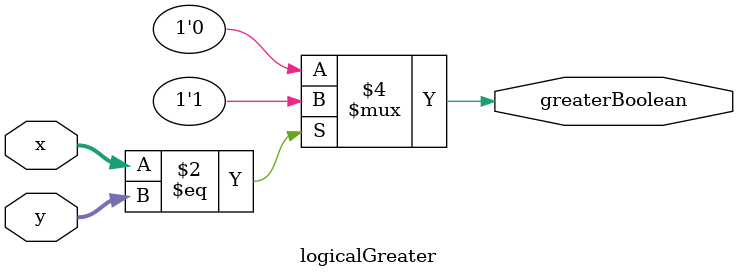
<source format=v>
module logicalGreater(x, y, greaterBoolean);
	input [3:0]x;
	input [3:0]y;
	output reg greaterBoolean;
	
	always @(x,y)
		begin
			if (x == y) greaterBoolean=1;
			else greaterBoolean=0;
		end
endmodule
		
</source>
